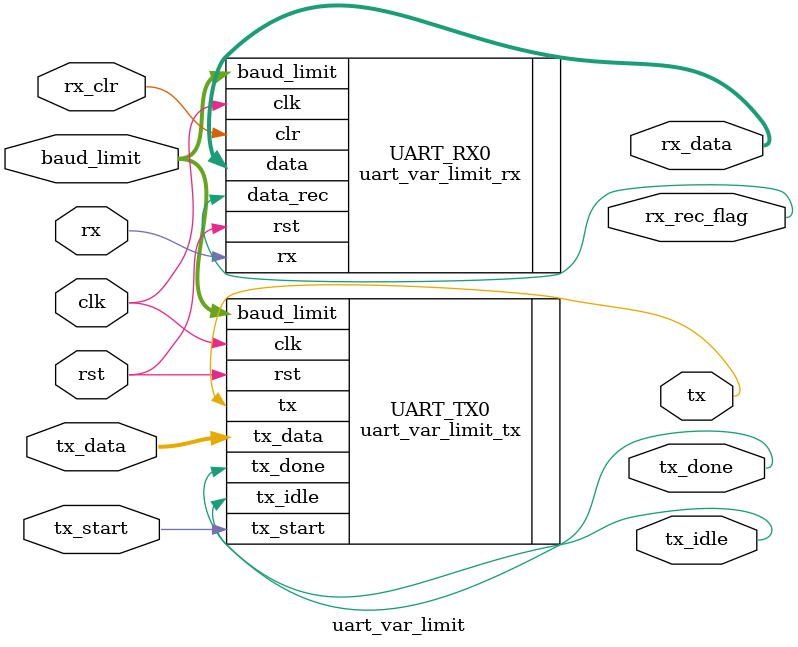
<source format=v>
`timescale 1ns / 1ps

/*
    uart_var_limit #(.clock_freq(),.limit_width()) UART0(
        .rx_data(),
        .rx_rec_flag(),
        .tx(),
        .tx_done(),
        .tx_idle(),
        .tx_data(),
        .tx_start(),
        .baud_limit(),
        .rx(),
        .rx_clr(),
        .clk(),
        .rst()
    );
*/

//Í¨¹ýbaud_limit¿ÉËæÊ±ÐÞ¸Ä·ÖÆµÖµ
//¸ÃÉè¼Æ²»»á×ÛºÏ³ö³ý·¨Æ÷£¬µ«ÊÇ²»ÄÜÖ±½ÓÊäÈë²¨ÌØÂÊ¡£
module uart_var_limit #(parameter clock_freq = 100_000_000,limit_width = 10) (
    output[7:0] rx_data,
    output rx_rec_flag,
    output tx,
    output tx_done,
    output tx_idle,
    input[7:0] tx_data,
    input[limit_width-1:0] baud_limit,
    input tx_start,
    input rx,
    input rx_clr,
    input clk,
    input rst
    );
    
    uart_var_limit_rx #(.clock_freq(clock_freq),.limit_width(limit_width)) UART_RX0(
        .data(rx_data),
        .data_rec(rx_rec_flag),
        .rx(rx),
        .baud_limit(baud_limit),
        .clr(rx_clr),
        .clk(clk),
        .rst(rst)
    );
    
    uart_var_limit_tx #(.clock_freq(clock_freq),.limit_width(limit_width)) UART_TX0(
        .tx(tx),
        .tx_done(tx_done),
        .tx_idle(tx_idle),
        .tx_start(tx_start),
        .baud_limit(baud_limit),
        .tx_data(tx_data),
        .clk(clk),
        .rst(rst)
    );
    
endmodule

</source>
